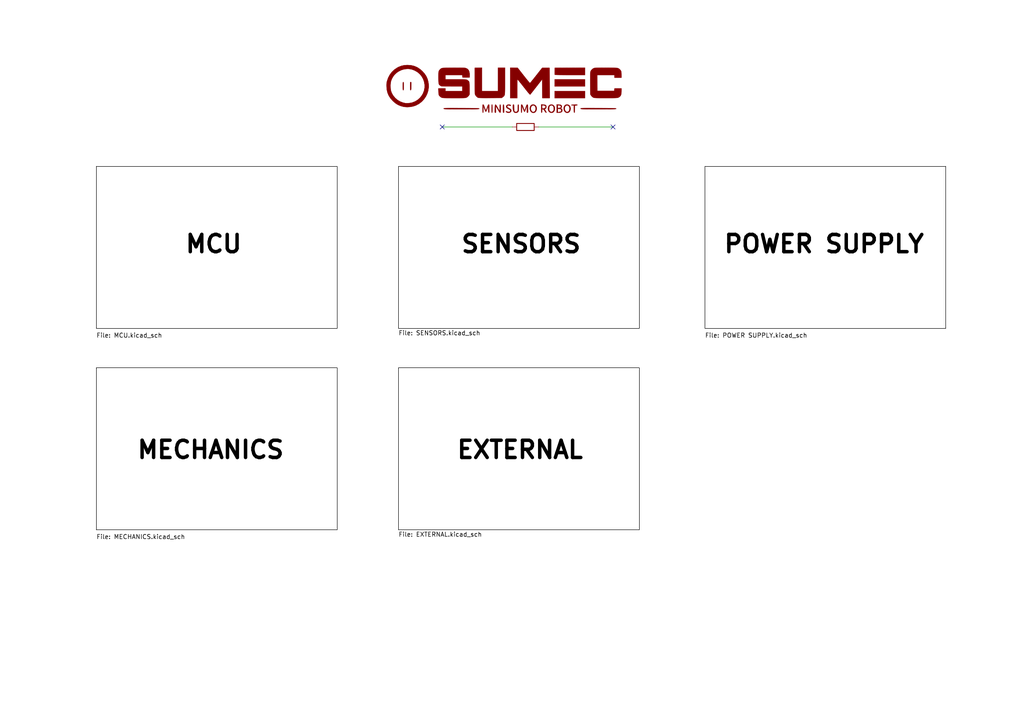
<source format=kicad_sch>
(kicad_sch (version 20230121) (generator eeschema)
  (paper "A4")
  (title_block (title "SUMEC SMD") (company "SPŠ NA PROSEKU"))
  (lib_symbols
    (symbol "Device:R" (pin_numbers hide) (pin_names (offset 0))
      (property "Reference" "R" (at 2.032 0 90))
      (property "Value" "R" (at 0 0 90))
      (symbol "R_0_1"
        (rectangle (start -1.016 -2.54) (end 1.016 2.54) (stroke (width 0.254)))
      )
      (symbol "R_1_1"
        (pin passive line (at 0 3.81 270) (length 1.27) (name "~") (number "1"))
        (pin passive line (at 0 -3.81 90) (length 1.27) (name "~") (number "2"))
      )
    )
    (symbol "some magic shit (logo):LOGO" (pin_names (offset 1.016))
      (symbol "LOGO_0_0"
        (polyline (pts (xy 24.892 -0.762) (xy 24.892 0.254) (xy 20.4893 0.254) (xy 16.0867 0.254) (xy 16.0867 -0.762) (xy 16.0867 -1.778) (xy 20.4893 -1.778) (xy 24.892 -1.778) (xy 24.892 -0.762)) (stroke (width 0.01)) (fill (type outline)))
        (polyline (pts (xy 24.892 2.6246) (xy 24.892 3.6406) (xy 20.4893 3.6406) (xy 16.0867 3.6406) (xy 16.0867 2.6246) (xy 16.0867 1.6086) (xy 20.4893 1.6086) (xy 24.892 1.6086) (xy 24.892 2.6246)) (stroke (width 0.01)) (fill (type outline)))
        (polyline (pts (xy 24.892 5.9697) (xy 24.892 7.0288) (xy 20.5105 7.0069) (xy 16.129 6.985) (xy 16.1048 6.0591) (xy 16.0992 5.7489) (xy 16.0997 5.4039) (xy 16.108 5.1483) (xy 16.1233 5.0219) (xy 16.1463 5.0024) (xy 16.2307 4.9799) (xy 16.3875 4.9612) (xy 16.6287 4.9459) (xy 16.9665 4.9339) (xy 17.4131 4.9247) (xy 17.9805 4.9181) (xy 18.6809 4.9138) (xy 19.5263 4.9114) (xy 20.529 4.9106) (xy 24.892 4.9106) (xy 24.892 5.9697)) (stroke (width 0.01)) (fill (type outline)))
        (polyline (pts (xy -27.7929 0.5106) (xy -27.7475 0.5542) (xy -27.7167 0.67) (xy -27.6979 0.8822) (xy -27.6886 1.2153) (xy -27.686 1.6933) (xy -27.6863 1.8811) (xy -27.691 2.3049) (xy -27.7034 2.5923) (xy -27.7261 2.7676) (xy -27.7618 2.8549) (xy -27.813 2.8786) (xy -27.8331 2.876) (xy -27.8785 2.8325) (xy -27.9093 2.7167) (xy -27.9281 2.5044) (xy -27.9375 2.1714) (xy -27.94 1.6933) (xy -27.9397 1.5055) (xy -27.9351 1.0817) (xy -27.9227 0.7943) (xy -27.8999 0.6191) (xy -27.8642 0.5317) (xy -27.813 0.508) (xy -27.7929 0.5106)) (stroke (width 0.01)) (fill (type outline)))
        (polyline (pts (xy -2.0542 -6.0087) (xy -2.0088 -5.9652) (xy -1.978 -5.8494) (xy -1.9593 -5.6371) (xy -1.9499 -5.3041) (xy -1.9473 -4.826) (xy -1.9476 -4.6382) (xy -1.9523 -4.2144) (xy -1.9647 -3.927) (xy -1.9874 -3.7518) (xy -2.0231 -3.6644) (xy -2.0743 -3.6407) (xy -2.0945 -3.6433) (xy -2.1399 -3.6869) (xy -2.1707 -3.8027) (xy -2.1894 -4.0149) (xy -2.1988 -4.348) (xy -2.2013 -4.826) (xy -2.2011 -5.0138) (xy -2.1964 -5.4376) (xy -2.184 -5.725) (xy -2.1613 -5.9003) (xy -2.1256 -5.9876) (xy -2.0743 -6.0114) (xy -2.0542 -6.0087)) (stroke (width 0.01)) (fill (type outline)))
        (polyline (pts (xy -25.6355 0.5376) (xy -25.5867 0.5925) (xy -25.553 0.7115) (xy -25.5303 0.9207) (xy -25.5151 1.2466) (xy -25.5035 1.7155) (xy -25.5016 1.8092) (xy -25.4945 2.2456) (xy -25.4958 2.5436) (xy -25.5088 2.7297) (xy -25.5368 2.83) (xy -25.5833 2.8709) (xy -25.6516 2.8786) (xy -25.6681 2.8784) (xy -25.7311 2.8651) (xy -25.7743 2.8123) (xy -25.8014 2.6941) (xy -25.8161 2.4844) (xy -25.8222 2.1575) (xy -25.8233 1.6871) (xy -25.822 1.2475) (xy -25.8156 0.9099) (xy -25.8009 0.6938) (xy -25.7747 0.574) (xy -25.7338 0.5258) (xy -25.6752 0.524) (xy -25.6355 0.5376)) (stroke (width 0.01)) (fill (type outline)))
        (polyline (pts (xy 1.2862 -6.0112) (xy 1.3504 -5.9995) (xy 1.3934 -5.95) (xy 1.4186 -5.8364) (xy 1.4292 -5.6325) (xy 1.4288 -5.3118) (xy 1.4205 -4.8482) (xy 1.4135 -4.5376) (xy 1.4001 -4.161) (xy 1.3807 -3.9109) (xy 1.3515 -3.7611) (xy 1.3088 -3.6851) (xy 1.2488 -3.6567) (xy 1.1941 -3.657) (xy 1.152 -3.7006) (xy 1.1248 -3.8138) (xy 1.1092 -4.0214) (xy 1.1023 -4.3484) (xy 1.1007 -4.8198) (xy 1.1007 -4.9338) (xy 1.1026 -5.3713) (xy 1.1102 -5.671) (xy 1.1273 -5.8588) (xy 1.1575 -5.9609) (xy 1.2046 -6.0031) (xy 1.2724 -6.0114) (xy 1.2862 -6.0112)) (stroke (width 0.01)) (fill (type outline)))
        (polyline (pts (xy 21.8443 -5.9928) (xy 21.8856 -5.9052) (xy 21.9141 -5.7228) (xy 21.9335 -5.4207) (xy 21.9472 -4.9742) (xy 21.971 -3.937) (xy 22.3308 -3.911) (xy 22.406 -3.9042) (xy 22.622 -3.8529) (xy 22.6907 -3.7599) (xy 22.6849 -3.7291) (xy 22.627 -3.6834) (xy 22.4837 -3.6587) (xy 22.2272 -3.6516) (xy 21.8297 -3.6589) (xy 21.6455 -3.6652) (xy 21.2574 -3.6915) (xy 21.0236 -3.7322) (xy 20.9336 -3.7889) (xy 20.9336 -3.8261) (xy 21.0346 -3.8783) (xy 21.2866 -3.8947) (xy 21.6747 -3.8947) (xy 21.6747 -4.953) (xy 21.6774 -5.3831) (xy 21.6883 -5.6956) (xy 21.7103 -5.8877) (xy 21.7462 -5.9846) (xy 21.799 -6.0114) (xy 21.8443 -5.9928)) (stroke (width 0.01)) (fill (type outline)))
        (polyline (pts (xy 19.8508 -6.0679) (xy 20.1137 -5.9722) (xy 20.3718 -5.7941) (xy 20.5837 -5.4864) (xy 20.7055 -5.1041) (xy 20.7242 -4.6901) (xy 20.6266 -4.2872) (xy 20.552 -4.139) (xy 20.3035 -3.853) (xy 19.9923 -3.6832) (xy 19.6539 -3.6311) (xy 19.3236 -3.6987) (xy 19.037 -3.8875) (xy 18.8294 -4.1994) (xy 18.7352 -4.5194) (xy 18.7256 -4.743) (xy 19.0121 -4.743) (xy 19.0863 -4.3678) (xy 19.2707 -4.054) (xy 19.3739 -3.9731) (xy 19.6333 -3.8992) (xy 19.9156 -3.929) (xy 20.1485 -4.0619) (xy 20.3091 -4.3084) (xy 20.3982 -4.6603) (xy 20.3942 -5.0389) (xy 20.2983 -5.3873) (xy 20.1119 -5.6487) (xy 19.8603 -5.8086) (xy 19.6216 -5.8165) (xy 19.3598 -5.6681) (xy 19.1823 -5.4671) (xy 19.045 -5.1269) (xy 19.0121 -4.743) (xy 18.7256 -4.743) (xy 18.7164 -4.9587) (xy 18.8121 -5.3699) (xy 19.0116 -5.7129) (xy 19.304 -5.9477) (xy 19.4409 -6.0133) (xy 19.6544 -6.0824) (xy 19.8508 -6.0679)) (stroke (width 0.01)) (fill (type outline)))
        (polyline (pts (xy 10.0236 -6.0697) (xy 10.2841 -5.9757) (xy 10.4231 -5.8989) (xy 10.6719 -5.6361) (xy 10.8344 -5.2757) (xy 10.8961 -4.8577) (xy 10.8426 -4.4223) (xy 10.7056 -4.1081) (xy 10.46 -3.8397) (xy 10.154 -3.6793) (xy 9.8217 -3.6309) (xy 9.4972 -3.6986) (xy 9.2146 -3.8868) (xy 9.008 -4.1994) (xy 8.9138 -4.5194) (xy 8.9048 -4.7307) (xy 9.1835 -4.7307) (xy 9.2399 -4.4159) (xy 9.3724 -4.149) (xy 9.5821 -3.9639) (xy 9.8698 -3.8947) (xy 9.9512 -3.8983) (xy 10.2539 -3.9997) (xy 10.4597 -4.2332) (xy 10.5635 -4.59) (xy 10.5598 -5.0611) (xy 10.5507 -5.1307) (xy 10.4634 -5.4329) (xy 10.2906 -5.6487) (xy 10.2744 -5.6623) (xy 10.0812 -5.7879) (xy 9.9224 -5.8363) (xy 9.7018 -5.7896) (xy 9.4625 -5.6229) (xy 9.2958 -5.3682) (xy 9.2025 -5.0595) (xy 9.1835 -4.7307) (xy 8.9048 -4.7307) (xy 8.895 -4.9587) (xy 8.9908 -5.3699) (xy 9.1903 -5.7129) (xy 9.4827 -5.9477) (xy 9.609 -6.0085) (xy 9.8269 -6.0816) (xy 10.0236 -6.0697)) (stroke (width 0.01)) (fill (type outline)))
        (polyline (pts (xy 15.3672 -6.0448) (xy 15.6848 -5.9029) (xy 15.9399 -5.6405) (xy 16.1097 -5.2753) (xy 16.1713 -4.8254) (xy 16.1649 -4.6815) (xy 16.0608 -4.2609) (xy 15.8446 -3.9318) (xy 15.5362 -3.7173) (xy 15.1553 -3.6407) (xy 14.8789 -3.6747) (xy 14.5453 -3.8468) (xy 14.3019 -4.162) (xy 14.1744 -4.5244) (xy 14.1534 -4.8439) (xy 14.478 -4.8439) (xy 14.5112 -4.4454) (xy 14.6306 -4.1334) (xy 14.8431 -3.9528) (xy 15.1553 -3.8947) (xy 15.4397 -3.9412) (xy 15.6623 -4.1085) (xy 15.7912 -4.4064) (xy 15.8327 -4.8439) (xy 15.83 -5.0254) (xy 15.8026 -5.2619) (xy 15.7282 -5.43) (xy 15.5852 -5.5945) (xy 15.5347 -5.6416) (xy 15.3294 -5.7845) (xy 15.1553 -5.842) (xy 15.1161 -5.8375) (xy 14.926 -5.7527) (xy 14.7255 -5.5945) (xy 14.6375 -5.5011) (xy 14.5346 -5.3427) (xy 14.4886 -5.1453) (xy 14.478 -4.8439) (xy 14.1534 -4.8439) (xy 14.146 -4.9567) (xy 14.2359 -5.3653) (xy 14.4344 -5.7101) (xy 14.732 -5.9512) (xy 15.0097 -6.0485) (xy 15.3672 -6.0448)) (stroke (width 0.01)) (fill (type outline)))
        (polyline (pts (xy -3.4592 -1.759) (xy -2.5757 -1.755) (xy 0.733 -1.7357) (xy 1.0511 -1.493) (xy 1.1577 -1.4127) (xy 1.2861 -1.3125) (xy 1.3922 -1.2129) (xy 1.4781 -1.0982) (xy 1.5458 -0.9532) (xy 1.5977 -0.7623) (xy 1.6357 -0.5102) (xy 1.662 -0.1814) (xy 1.6788 0.2396) (xy 1.6881 0.7682) (xy 1.6922 1.4198) (xy 1.6931 2.2099) (xy 1.693 3.1538) (xy 1.6933 7.0273) (xy 0.6773 7.0273) (xy -0.3387 7.0273) (xy -0.3387 3.6406) (xy -0.3387 0.254) (xy -2.667 0.254) (xy -4.9953 0.254) (xy -4.9953 3.6433) (xy -4.9953 7.0325) (xy -6.0325 7.0088) (xy -7.0697 6.985) (xy -7.0697 3.2596) (xy -7.0691 2.7413) (xy -7.0658 1.983) (xy -7.0601 1.2829) (xy -7.0522 0.6595) (xy -7.0425 0.1312) (xy -7.0311 -0.2833) (xy -7.0185 -0.5655) (xy -7.005 -0.697) (xy -6.892 -0.936) (xy -6.6718 -1.228) (xy -6.4035 -1.4895) (xy -6.1399 -1.6615) (xy -6.1326 -1.6646) (xy -6.0245 -1.6939) (xy -5.8495 -1.7173) (xy -5.5931 -1.7351) (xy -5.2404 -1.7478) (xy -4.777 -1.7558) (xy -4.1881 -1.7594) (xy -3.4592 -1.759)) (stroke (width 0.01)) (fill (type outline)))
        (polyline (pts (xy 3.0887 -5.9946) (xy 3.3655 -5.7978) (xy 3.4325 -5.7126) (xy 3.5456 -5.4386) (xy 3.4903 -5.1782) (xy 3.2666 -4.9311) (xy 2.8741 -4.6969) (xy 2.8571 -4.6887) (xy 2.5415 -4.5189) (xy 2.3689 -4.372) (xy 2.3207 -4.2237) (xy 2.3783 -4.0497) (xy 2.424 -3.981) (xy 2.5525 -3.9105) (xy 2.7802 -3.9151) (xy 2.8061 -3.9184) (xy 3.0552 -3.963) (xy 3.2385 -4.017) (xy 3.3439 -4.0391) (xy 3.3867 -3.9491) (xy 3.3625 -3.8549) (xy 3.2188 -3.727) (xy 2.9863 -3.655) (xy 2.7122 -3.6439) (xy 2.4437 -3.6988) (xy 2.2279 -3.8248) (xy 2.1552 -3.9022) (xy 2.0283 -4.1638) (xy 2.0577 -4.4278) (xy 2.2361 -4.6708) (xy 2.556 -4.8691) (xy 2.7211 -4.9443) (xy 3.0124 -5.1142) (xy 3.17 -5.2843) (xy 3.2173 -5.4762) (xy 3.1785 -5.6212) (xy 3.019 -5.7602) (xy 2.7771 -5.8118) (xy 2.4977 -5.7584) (xy 2.2242 -5.6553) (xy 2.0492 -5.6077) (xy 1.9675 -5.6225) (xy 1.9473 -5.6961) (xy 1.9548 -5.7269) (xy 2.065 -5.8455) (xy 2.2648 -5.9596) (xy 2.3458 -5.9912) (xy 2.7359 -6.0609) (xy 3.0887 -5.9946)) (stroke (width 0.01)) (fill (type outline)))
        (polyline (pts (xy -1.0433 -6.0094) (xy -0.9819 -5.9852) (xy -0.9461 -5.9091) (xy -0.931 -5.7518) (xy -0.9321 -5.4841) (xy -0.9446 -5.0765) (xy -0.9465 -5.0228) (xy -0.9584 -4.6495) (xy -0.9557 -4.4058) (xy -0.9269 -4.2943) (xy -0.86 -4.318) (xy -0.7433 -4.4796) (xy -0.5652 -4.7821) (xy -0.3137 -5.2282) (xy -0.2733 -5.2994) (xy -0.0315 -5.6947) (xy 0.1514 -5.9321) (xy 0.2752 -6.0113) (xy 0.3255 -6.002) (xy 0.3692 -5.9517) (xy 0.3977 -5.8346) (xy 0.4141 -5.625) (xy 0.4215 -5.2974) (xy 0.4233 -4.826) (xy 0.4231 -4.6774) (xy 0.4188 -4.2404) (xy 0.4067 -3.9422) (xy 0.3844 -3.7587) (xy 0.3494 -3.6662) (xy 0.2991 -3.6407) (xy 0.2672 -3.6485) (xy 0.2198 -3.7172) (xy 0.1874 -3.8781) (xy 0.1658 -4.157) (xy 0.1509 -4.5794) (xy 0.127 -5.5182) (xy -0.4107 -4.5748) (xy -0.5047 -4.411) (xy -0.7482 -4.0054) (xy -0.9305 -3.7508) (xy -1.0608 -3.6501) (xy -1.1487 -3.7065) (xy -1.2034 -3.9229) (xy -1.2345 -4.3025) (xy -1.2512 -4.8482) (xy -1.2542 -4.9974) (xy -1.2608 -5.417) (xy -1.2589 -5.7012) (xy -1.2447 -5.8764) (xy -1.2149 -5.969) (xy -1.1657 -6.0051) (xy -1.0937 -6.0114) (xy -1.0433 -6.0094)) (stroke (width 0.01)) (fill (type outline)))
        (polyline (pts (xy 5.2164 -5.9881) (xy 5.4822 -5.7978) (xy 5.5062 -5.7695) (xy 5.5816 -5.6591) (xy 5.6301 -5.5241) (xy 5.6576 -5.3283) (xy 5.6699 -5.0355) (xy 5.6727 -4.6096) (xy 5.6707 -4.2692) (xy 5.6606 -3.9546) (xy 5.6387 -3.7626) (xy 5.6015 -3.6668) (xy 5.5457 -3.6407) (xy 5.5116 -3.648) (xy 5.4651 -3.7111) (xy 5.4367 -3.8615) (xy 5.4225 -4.1266) (xy 5.4187 -4.5335) (xy 5.4185 -4.6573) (xy 5.4141 -5.0203) (xy 5.3977 -5.2623) (xy 5.3619 -5.4213) (xy 5.2994 -5.5353) (xy 5.2027 -5.6423) (xy 5.1425 -5.6994) (xy 4.9584 -5.8096) (xy 4.7582 -5.8032) (xy 4.6729 -5.7794) (xy 4.5183 -5.7017) (xy 4.4156 -5.5689) (xy 4.3547 -5.3527) (xy 4.3255 -5.0245) (xy 4.318 -4.5558) (xy 4.3178 -4.4046) (xy 4.3139 -4.0509) (xy 4.3004 -3.8271) (xy 4.2721 -3.7039) (xy 4.2233 -3.6516) (xy 4.1487 -3.6407) (xy 4.1463 -3.6407) (xy 4.0692 -3.6533) (xy 4.0203 -3.7111) (xy 3.9933 -3.8452) (xy 3.9818 -4.0866) (xy 3.9794 -4.4662) (xy 3.9817 -4.6601) (xy 4.0206 -5.1746) (xy 4.113 -5.5538) (xy 4.2663 -5.8191) (xy 4.4873 -5.9919) (xy 4.5581 -6.0232) (xy 4.8847 -6.0678) (xy 5.2164 -5.9881)) (stroke (width 0.01)) (fill (type outline)))
        (polyline (pts (xy 17.5898 -5.996) (xy 17.9282 -5.9259) (xy 18.1537 -5.7888) (xy 18.2941 -5.5732) (xy 18.3087 -5.5347) (xy 18.3372 -5.2476) (xy 18.238 -4.9988) (xy 18.0298 -4.841) (xy 17.855 -4.7764) (xy 18.0291 -4.6187) (xy 18.0573 -4.5911) (xy 18.184 -4.3494) (xy 18.1742 -4.0801) (xy 18.0278 -3.8467) (xy 17.9086 -3.7691) (xy 17.6536 -3.695) (xy 17.2658 -3.6547) (xy 16.6793 -3.6216) (xy 16.6793 -4.6567) (xy 17.018 -4.6567) (xy 17.018 -4.2757) (xy 17.018 -3.8947) (xy 17.3506 -3.8947) (xy 17.4797 -3.9023) (xy 17.7475 -3.9835) (xy 17.9061 -4.132) (xy 17.9356 -4.321) (xy 17.8163 -4.5236) (xy 17.8031 -4.5356) (xy 17.6126 -4.6223) (xy 17.3506 -4.6567) (xy 17.018 -4.6567) (xy 16.6793 -4.6567) (xy 16.6793 -4.8165) (xy 16.6793 -5.865) (xy 17.018 -5.865) (xy 17.018 -5.3879) (xy 17.018 -4.9107) (xy 17.3622 -4.9107) (xy 17.4727 -4.9132) (xy 17.7933 -4.9689) (xy 17.976 -5.104) (xy 18.034 -5.3266) (xy 18.0043 -5.5124) (xy 17.9196 -5.6622) (xy 17.8719 -5.6909) (xy 17.6729 -5.7591) (xy 17.4116 -5.8111) (xy 17.018 -5.865) (xy 16.6793 -5.865) (xy 16.6793 -6.0114) (xy 17.2257 -6.0114) (xy 17.5898 -5.996)) (stroke (width 0.01)) (fill (type outline)))
        (polyline (pts (xy -10.1002 -4.9952) (xy -9.154 -4.9946) (xy -8.3555 -4.9929) (xy -7.6924 -4.99) (xy -7.1521 -4.9855) (xy -6.7225 -4.979) (xy -6.3911 -4.97) (xy -6.1456 -4.9584) (xy -5.9736 -4.9437) (xy -5.8627 -4.9256) (xy -5.8007 -4.9037) (xy -5.775 -4.8777) (xy -5.7735 -4.8472) (xy -5.7801 -4.8276) (xy -5.8074 -4.7997) (xy -5.8662 -4.776) (xy -5.9691 -4.756) (xy -6.1286 -4.7394) (xy -6.3571 -4.7257) (xy -6.6673 -4.7145) (xy -7.0717 -4.7055) (xy -7.5827 -4.6981) (xy -8.213 -4.692) (xy -8.975 -4.6867) (xy -9.8813 -4.6819) (xy -10.9443 -4.6772) (xy -11.3733 -4.6754) (xy -12.3716 -4.6714) (xy -13.2179 -4.6686) (xy -13.9249 -4.6675) (xy -14.5049 -4.6684) (xy -14.9707 -4.6716) (xy -15.3347 -4.6775) (xy -15.6095 -4.6865) (xy -15.8075 -4.699) (xy -15.9415 -4.7152) (xy -16.0238 -4.7356) (xy -16.0671 -4.7605) (xy -16.0839 -4.7903) (xy -16.0867 -4.8254) (xy -16.0864 -4.8402) (xy -16.0793 -4.873) (xy -16.0529 -4.9008) (xy -15.9948 -4.9241) (xy -15.8924 -4.9432) (xy -15.7332 -4.9585) (xy -15.5048 -4.9705) (xy -15.1947 -4.9796) (xy -14.7902 -4.9861) (xy -14.2789 -4.9905) (xy -13.6484 -4.9933) (xy -12.886 -4.9947) (xy -11.9793 -4.9953) (xy -10.9158 -4.9954) (xy -10.1002 -4.9952)) (stroke (width 0.01)) (fill (type outline)))
        (polyline (pts (xy 29.6084 -4.9952) (xy 30.5546 -4.9946) (xy 31.3531 -4.9929) (xy 32.0163 -4.99) (xy 32.5565 -4.9855) (xy 32.9862 -4.979) (xy 33.3175 -4.97) (xy 33.5631 -4.9584) (xy 33.7351 -4.9437) (xy 33.8459 -4.9256) (xy 33.908 -4.9037) (xy 33.9336 -4.8777) (xy 33.9352 -4.8472) (xy 33.9286 -4.8276) (xy 33.9013 -4.7997) (xy 33.8424 -4.776) (xy 33.7395 -4.756) (xy 33.5801 -4.7394) (xy 33.3515 -4.7257) (xy 33.0413 -4.7145) (xy 32.637 -4.7055) (xy 32.1259 -4.6981) (xy 31.4957 -4.692) (xy 30.7337 -4.6867) (xy 29.8274 -4.6819) (xy 28.7643 -4.6772) (xy 28.3353 -4.6754) (xy 27.3371 -4.6714) (xy 26.4907 -4.6686) (xy 25.7838 -4.6675) (xy 25.2037 -4.6684) (xy 24.738 -4.6716) (xy 24.374 -4.6775) (xy 24.0992 -4.6865) (xy 23.9011 -4.699) (xy 23.7672 -4.7152) (xy 23.6848 -4.7356) (xy 23.6416 -4.7605) (xy 23.6248 -4.7903) (xy 23.622 -4.8254) (xy 23.6223 -4.8402) (xy 23.6294 -4.873) (xy 23.6558 -4.9008) (xy 23.7139 -4.9241) (xy 23.8163 -4.9432) (xy 23.9754 -4.9585) (xy 24.2038 -4.9705) (xy 24.514 -4.9796) (xy 24.9185 -4.9861) (xy 25.4297 -4.9905) (xy 26.0603 -4.9933) (xy 26.8227 -4.9947) (xy 27.7293 -4.9953) (xy 28.7929 -4.9954) (xy 29.6084 -4.9952)) (stroke (width 0.01)) (fill (type outline)))
        (polyline (pts (xy 13.637 -6.0113) (xy 13.713 -5.9958) (xy 13.7222 -5.9302) (xy 13.6565 -5.7834) (xy 13.508 -5.5245) (xy 13.2197 -5.0377) (xy 13.4678 -4.841) (xy 13.5417 -4.7783) (xy 13.6797 -4.5859) (xy 13.716 -4.325) (xy 13.7135 -4.2416) (xy 13.6511 -3.983) (xy 13.489 -3.8093) (xy 13.2053 -3.7051) (xy 12.7784 -3.6547) (xy 12.192 -3.6216) (xy 12.192 -3.8947) (xy 12.446 -3.8947) (xy 12.8209 -3.8947) (xy 13.0472 -3.9175) (xy 13.305 -4.0252) (xy 13.4491 -4.1928) (xy 13.469 -4.3883) (xy 13.3544 -4.5801) (xy 13.0949 -4.7361) (xy 12.924 -4.7904) (xy 12.6639 -4.8228) (xy 12.5024 -4.7696) (xy 12.4842 -4.7294) (xy 12.4568 -4.5547) (xy 12.446 -4.3039) (xy 12.446 -3.8947) (xy 12.192 -3.8947) (xy 12.192 -4.8165) (xy 12.1923 -5.0173) (xy 12.1971 -5.4396) (xy 12.2096 -5.726) (xy 12.2323 -5.9007) (xy 12.2679 -5.9877) (xy 12.319 -6.0114) (xy 12.3363 -6.0101) (xy 12.4025 -5.9547) (xy 12.4364 -5.7945) (xy 12.446 -5.4977) (xy 12.446 -5.4227) (xy 12.4519 -5.172) (xy 12.4802 -5.0449) (xy 12.5483 -5.0037) (xy 12.6739 -5.0109) (xy 12.6986 -5.0145) (xy 12.8507 -5.0798) (xy 13.0026 -5.2393) (xy 13.1857 -5.5245) (xy 13.2886 -5.6912) (xy 13.4805 -5.9317) (xy 13.6329 -6.0114) (xy 13.637 -6.0113)) (stroke (width 0.01)) (fill (type outline)))
        (polyline (pts (xy 5.2493 0.9313) (xy 5.25 1.3141) (xy 5.2545 1.9415) (xy 5.2627 2.4997) (xy 5.274 2.9688) (xy 5.2879 3.3287) (xy 5.3038 3.5593) (xy 5.3213 3.6407) (xy 5.3616 3.6053) (xy 5.4975 3.4522) (xy 5.7152 3.1921) (xy 6.0023 2.8404) (xy 6.3461 2.4127) (xy 6.7341 1.9244) (xy 7.1536 1.3908) (xy 7.5921 0.8322) (xy 8.0003 0.3181) (xy 8.3244 -0.0816) (xy 8.5739 -0.3779) (xy 8.7583 -0.5816) (xy 8.8872 -0.7037) (xy 8.9702 -0.7552) (xy 9.0167 -0.747) (xy 9.0475 -0.7103) (xy 9.1761 -0.5502) (xy 9.388 -0.2829) (xy 9.6701 0.0748) (xy 10.0089 0.506) (xy 10.3913 0.9939) (xy 10.8039 1.5216) (xy 12.4883 3.6783) (xy 12.5107 0.9501) (xy 12.533 -1.778) (xy 13.5909 -1.778) (xy 14.6488 -1.778) (xy 14.6269 2.6035) (xy 14.605 6.985) (xy 13.538 6.985) (xy 12.4709 6.985) (xy 10.744 4.7893) (xy 10.468 4.4395) (xy 10.07 3.9391) (xy 9.7116 3.4932) (xy 9.4058 3.1175) (xy 9.1653 2.828) (xy 9.0032 2.6404) (xy 8.9323 2.5706) (xy 8.8935 2.5981) (xy 8.7585 2.7409) (xy 8.5416 2.9916) (xy 8.2554 3.3348) (xy 7.9128 3.7552) (xy 7.5266 4.2375) (xy 7.1094 4.7662) (xy 5.3711 6.985) (xy 4.2942 7.0087) (xy 3.2173 7.0324) (xy 3.2173 2.6272) (xy 3.2173 -1.778) (xy 4.2333 -1.778) (xy 5.2493 -1.778) (xy 5.2493 0.9313)) (stroke (width 0.01)) (fill (type outline)))
        (polyline (pts (xy -2.9873 -6.0096) (xy -2.9415 -5.9679) (xy -2.9103 -5.8527) (xy -2.8911 -5.6399) (xy -2.8814 -5.3056) (xy -2.8787 -4.826) (xy -2.8787 -4.8031) (xy -2.8803 -4.3399) (xy -2.8873 -4.0191) (xy -2.9032 -3.8147) (xy -2.9315 -3.7007) (xy -2.9757 -3.6514) (xy -3.0394 -3.6407) (xy -3.0993 -3.6543) (xy -3.1959 -3.7481) (xy -3.3025 -3.9535) (xy -3.4351 -4.2969) (xy -3.4607 -4.3685) (xy -3.58 -4.7017) (xy -3.6816 -4.9854) (xy -3.7459 -5.1647) (xy -3.7883 -5.2642) (xy -3.8337 -5.2998) (xy -3.8903 -5.2463) (xy -3.9693 -5.0858) (xy -4.0815 -4.8008) (xy -4.2382 -4.3735) (xy -4.3634 -4.0445) (xy -4.4759 -3.8031) (xy -4.5714 -3.677) (xy -4.6647 -3.6407) (xy -4.6685 -3.6407) (xy -4.7313 -3.6526) (xy -4.7748 -3.7042) (xy -4.8025 -3.8214) (xy -4.8179 -4.0301) (xy -4.8246 -4.3564) (xy -4.826 -4.826) (xy -4.8257 -5.0138) (xy -4.8211 -5.4376) (xy -4.8087 -5.725) (xy -4.7859 -5.9003) (xy -4.7502 -5.9876) (xy -4.699 -6.0114) (xy -4.6572 -5.9988) (xy -4.6143 -5.9249) (xy -4.5874 -5.7613) (xy -4.5729 -5.4815) (xy -4.5672 -5.0589) (xy -4.5624 -4.1064) (xy -4.261 -4.9319) (xy -4.1633 -5.1861) (xy -4.0347 -5.4811) (xy -3.9278 -5.6827) (xy -3.8588 -5.7574) (xy -3.8148 -5.7191) (xy -3.7186 -5.5508) (xy -3.5971 -5.2793) (xy -3.4666 -4.9383) (xy -3.175 -4.1193) (xy -3.1511 -5.0653) (xy -3.1436 -5.315) (xy -3.1258 -5.6581) (xy -3.099 -5.8715) (xy -3.0594 -5.9806) (xy -3.0029 -6.0114) (xy -2.9873 -6.0096)) (stroke (width 0.01)) (fill (type outline)))
        (polyline (pts (xy 8.2291 -6.0111) (xy 8.2942 -5.9989) (xy 8.3374 -5.9491) (xy 8.3624 -5.8353) (xy 8.3726 -5.6313) (xy 8.3716 -5.3107) (xy 8.3632 -4.8472) (xy 8.3628 -4.8263) (xy 8.3519 -4.3673) (xy 8.3382 -4.0498) (xy 8.3174 -3.847) (xy 8.2849 -3.732) (xy 8.2363 -3.6781) (xy 8.1673 -3.6583) (xy 8.101 -3.6608) (xy 8.0229 -3.7158) (xy 7.9402 -3.8538) (xy 7.8381 -4.101) (xy 7.7017 -4.4838) (xy 7.604 -4.7598) (xy 7.4921 -5.0568) (xy 7.4073 -5.2592) (xy 7.3629 -5.334) (xy 7.334 -5.2931) (xy 7.256 -5.1226) (xy 7.1462 -4.8499) (xy 7.0183 -4.5085) (xy 6.9653 -4.364) (xy 6.8314 -4.0249) (xy 6.7253 -3.8119) (xy 6.6315 -3.698) (xy 6.5345 -3.656) (xy 6.5015 -3.6516) (xy 6.4384 -3.6564) (xy 6.3958 -3.7032) (xy 6.3697 -3.8175) (xy 6.3561 -4.0248) (xy 6.3508 -4.3505) (xy 6.35 -4.8201) (xy 6.3503 -5.016) (xy 6.355 -5.4389) (xy 6.3675 -5.7256) (xy 6.3902 -5.9005) (xy 6.4259 -5.9877) (xy 6.477 -6.0114) (xy 6.5241 -5.9941) (xy 6.5644 -5.9124) (xy 6.5896 -5.7396) (xy 6.6031 -5.4497) (xy 6.6084 -5.0165) (xy 6.6128 -4.0217) (xy 6.9084 -4.8255) (xy 6.9946 -5.0539) (xy 7.1214 -5.3693) (xy 7.2248 -5.6021) (xy 7.2885 -5.7138) (xy 7.3117 -5.7339) (xy 7.3718 -5.7458) (xy 7.4382 -5.68) (xy 7.5225 -5.5157) (xy 7.6363 -5.2321) (xy 7.791 -4.8084) (xy 7.8572 -4.6252) (xy 7.9642 -4.3368) (xy 8.0419 -4.138) (xy 8.0769 -4.064) (xy 8.0815 -4.1344) (xy 8.08 -4.3423) (xy 8.0724 -4.6545) (xy 8.0593 -5.0377) (xy 8.0474 -5.3627) (xy 8.0408 -5.6729) (xy 8.049 -5.8641) (xy 8.0761 -5.9651) (xy 8.1265 -6.0046) (xy 8.2044 -6.0114) (xy 8.2291 -6.0111)) (stroke (width 0.01)) (fill (type outline)))
        (polyline (pts (xy 31.6452 -1.774) (xy 32.3625 -1.7722) (xy 32.9419 -1.7683) (xy 33.4006 -1.7615) (xy 33.7559 -1.7511) (xy 34.025 -1.7363) (xy 34.2254 -1.7165) (xy 34.3742 -1.6907) (xy 34.4888 -1.6584) (xy 34.5863 -1.6188) (xy 34.9073 -1.4335) (xy 35.1734 -1.1658) (xy 35.349 -0.8122) (xy 35.4457 -0.3481) (xy 35.4753 0.2513) (xy 35.4753 1.016) (xy 34.4642 1.016) (xy 33.4531 1.016) (xy 33.427 0.6561) (xy 33.401 0.2963) (xy 30.9457 0.2963) (xy 28.4903 0.2963) (xy 28.4678 2.6035) (xy 28.4453 4.9107) (xy 30.9443 4.9106) (xy 33.4433 4.9106) (xy 33.4433 4.5296) (xy 33.4433 4.1486) (xy 34.4593 4.1486) (xy 35.4753 4.1486) (xy 35.4753 4.9557) (xy 35.4753 4.9792) (xy 35.4601 5.4299) (xy 35.4203 5.7969) (xy 35.3604 6.0378) (xy 35.3386 6.0862) (xy 35.1087 6.4228) (xy 34.787 6.7196) (xy 34.4384 6.9145) (xy 34.4079 6.9228) (xy 34.2025 6.9488) (xy 33.8583 6.9712) (xy 33.399 6.9898) (xy 32.8482 7.0046) (xy 32.2296 7.0156) (xy 31.5668 7.0226) (xy 30.8833 7.0257) (xy 30.2029 7.0248) (xy 29.5493 7.0197) (xy 28.9459 7.0106) (xy 28.4164 6.9972) (xy 27.9846 6.9796) (xy 27.6739 6.9577) (xy 27.5081 6.9314) (xy 27.2146 6.781) (xy 26.9028 6.5259) (xy 26.6447 6.2242) (xy 26.4932 5.9282) (xy 26.4875 5.9041) (xy 26.4646 5.6941) (xy 26.447 5.3258) (xy 26.4348 4.8082) (xy 26.4282 4.1502) (xy 26.4272 3.3608) (xy 26.4322 2.449) (xy 26.4583 -0.7323) (xy 26.6967 -1.0925) (xy 26.9337 -1.371) (xy 27.2894 -1.6135) (xy 27.385 -1.6528) (xy 27.4976 -1.6865) (xy 27.6403 -1.7133) (xy 27.8306 -1.7341) (xy 28.0859 -1.7496) (xy 28.4236 -1.7605) (xy 28.861 -1.7677) (xy 29.4155 -1.7719) (xy 30.1046 -1.7738) (xy 30.9457 -1.7743) (xy 31.6452 -1.774)) (stroke (width 0.01)) (fill (type outline)))
        (polyline (pts (xy -25.81 -4.3389) (xy -24.9594 -4.1801) (xy -24.1769 -3.9211) (xy -24.0688 -3.8743) (xy -23.2148 -3.4069) (xy -22.4547 -2.8149) (xy -21.7992 -2.1165) (xy -21.2591 -1.3299) (xy -20.8453 -0.4733) (xy -20.5684 0.4352) (xy -20.4392 1.3774) (xy -20.4686 2.335) (xy -20.5659 2.9603) (xy -20.7979 3.8081) (xy -21.1477 4.5769) (xy -21.632 5.3007) (xy -22.2673 6.0136) (xy -22.8916 6.5708) (xy -23.7102 7.1141) (xy -24.5872 7.4996) (xy -25.5293 7.73) (xy -26.543 7.8081) (xy -26.7382 7.8064) (xy -27.5889 7.7371) (xy -28.3734 7.5564) (xy -29.1524 7.2517) (xy -29.5748 7.0348) (xy -30.4048 6.4737) (xy -31.1243 5.7905) (xy -31.7236 4.9972) (xy -32.1933 4.1055) (xy -32.5235 3.1271) (xy -32.5617 2.9711) (xy -32.6303 2.6284) (xy -32.666 2.2998) (xy -32.6736 1.9244) (xy -32.6688 1.778) (xy -31.5314 1.778) (xy -31.5274 1.9993) (xy -31.475 2.6502) (xy -31.3493 3.2205) (xy -31.1328 3.7724) (xy -30.8083 4.3681) (xy -30.3792 4.9565) (xy -29.774 5.5386) (xy -29.0677 6.0177) (xy -28.2872 6.3787) (xy -27.4592 6.6069) (xy -26.6107 6.6874) (xy -26.1503 6.6728) (xy -25.5745 6.5927) (xy -25.0112 6.4286) (xy -24.3926 6.1645) (xy -24.3205 6.1293) (xy -23.5771 5.6697) (xy -22.9417 5.0964) (xy -22.4211 4.4292) (xy -22.0223 3.6879) (xy -21.7522 2.8924) (xy -21.6177 2.0626) (xy -21.6256 1.2184) (xy -21.783 0.3795) (xy -22.0967 -0.4341) (xy -22.3646 -0.9153) (xy -22.919 -1.6525) (xy -23.5826 -2.2612) (xy -24.3514 -2.7382) (xy -25.2216 -3.0799) (xy -25.5377 -3.1522) (xy -25.9787 -3.2163) (xy -26.4493 -3.2573) (xy -26.8848 -3.2697) (xy -27.2203 -3.2481) (xy -27.8483 -3.1125) (xy -28.702 -2.791) (xy -29.4801 -2.332) (xy -30.1619 -1.7483) (xy -30.7269 -1.0528) (xy -30.9205 -0.7477) (xy -31.2138 -0.1758) (xy -31.4037 0.4019) (xy -31.5048 1.0362) (xy -31.5314 1.778) (xy -32.6688 1.778) (xy -32.6578 1.4415) (xy -32.5776 0.6217) (xy -32.3707 -0.2585) (xy -32.031 -1.0617) (xy -31.5465 -1.8159) (xy -30.9049 -2.5485) (xy -30.7688 -2.6833) (xy -30.0989 -3.2625) (xy -29.4117 -3.7049) (xy -28.6642 -4.0346) (xy -27.813 -4.2757) (xy -27.4945 -4.3343) (xy -26.6734 -4.3921) (xy -25.81 -4.3389)) (stroke (width 0.01)) (fill (type outline)))
        (polyline (pts (xy -11.9423 -1.7761) (xy -11.3178 -1.7742) (xy -10.8202 -1.7698) (xy -10.432 -1.7621) (xy -10.1356 -1.7502) (xy -9.9136 -1.7333) (xy -9.7485 -1.7105) (xy -9.6227 -1.681) (xy -9.5187 -1.6439) (xy -9.4192 -1.5984) (xy -9.1053 -1.3892) (xy -8.8209 -1.0755) (xy -8.5937 -0.7323) (xy -8.5937 1.0245) (xy -8.5937 1.1807) (xy -8.5965 1.7788) (xy -8.6082 2.2378) (xy -8.6353 2.5823) (xy -8.6843 2.8369) (xy -8.7616 3.0264) (xy -8.8737 3.1753) (xy -9.0269 3.3083) (xy -9.2278 3.4501) (xy -9.2496 3.4649) (xy -9.3257 3.5121) (xy -9.4106 3.55) (xy -9.5219 3.5797) (xy -9.6776 3.602) (xy -9.8956 3.6181) (xy -10.1935 3.6289) (xy -10.5894 3.6356) (xy -11.1011 3.6391) (xy -11.7464 3.6404) (xy -12.5432 3.6406) (xy -15.5787 3.6406) (xy -15.5787 4.2756) (xy -15.5787 4.9106) (xy -13.1282 4.9106) (xy -10.6778 4.9106) (xy -10.6517 4.5508) (xy -10.6257 4.191) (xy -9.6097 4.191) (xy -8.5937 4.191) (xy -8.5688 4.9098) (xy -8.5821 5.422) (xy -8.6989 5.9854) (xy -8.9296 6.4253) (xy -9.2754 6.7437) (xy -9.7374 6.9428) (xy -9.9119 6.9683) (xy -10.2637 6.9899) (xy -10.7815 7.0049) (xy -11.4639 7.0132) (xy -12.3092 7.0149) (xy -13.3157 7.0099) (xy -13.8834 7.0055) (xy -14.6053 6.9992) (xy -15.1868 6.9923) (xy -15.6453 6.9839) (xy -15.9982 6.9726) (xy -16.2629 6.9576) (xy -16.4567 6.9377) (xy -16.5969 6.9118) (xy -16.7011 6.8787) (xy -16.7865 6.8376) (xy -16.8706 6.7871) (xy -16.9519 6.7301) (xy -17.1994 6.4961) (xy -17.3998 6.2293) (xy -17.4393 6.1609) (xy -17.5013 6.0382) (xy -17.5462 5.9069) (xy -17.5768 5.7402) (xy -17.5957 5.5113) (xy -17.6058 5.1934) (xy -17.6097 4.7598) (xy -17.6104 4.1835) (xy -17.6085 3.6711) (xy -17.5975 3.1396) (xy -17.5712 2.7349) (xy -17.5236 2.4332) (xy -17.4485 2.2106) (xy -17.3399 2.043) (xy -17.1916 1.9066) (xy -16.9976 1.7775) (xy -16.9351 1.742) (xy -16.8468 1.7045) (xy -16.7322 1.6747) (xy -16.5737 1.6519) (xy -16.3531 1.635) (xy -16.0528 1.6233) (xy -15.6547 1.6157) (xy -15.1409 1.6114) (xy -14.4936 1.6095) (xy -13.6948 1.609) (xy -10.668 1.6086) (xy -10.668 0.9313) (xy -10.668 0.254) (xy -13.1233 0.254) (xy -15.5787 0.254) (xy -15.5787 0.635) (xy -15.5787 1.016) (xy -16.6022 1.016) (xy -17.6257 1.016) (xy -17.597 0.0989) (xy -17.5931 -0.0223) (xy -17.5763 -0.3974) (xy -17.5502 -0.6552) (xy -17.5055 -0.837) (xy -17.4332 -0.9842) (xy -17.3242 -1.138) (xy -17.2666 -1.2071) (xy -17.0078 -1.443) (xy -16.7315 -1.616) (xy -16.6456 -1.6515) (xy -16.5338 -1.6854) (xy -16.3916 -1.7124) (xy -16.2017 -1.7335) (xy -15.9467 -1.7493) (xy -15.6091 -1.7606) (xy -15.1717 -1.7681) (xy -14.617 -1.7728) (xy -13.9278 -1.7752) (xy -13.0866 -1.7762) (xy -12.7111 -1.7763) (xy -11.9423 -1.7761)) (stroke (width 0.01)) (fill (type outline)))
      )
    )
  )
  (no_connect (at 128.27 36.83))
  (no_connect (at 177.8 36.83))
  (wire (pts (xy 128.27 36.83) (xy 148.59 36.83)))
  (wire (pts (xy 177.8 36.83) (xy 156.21 36.83)))
  (symbol (lib_id "some magic shit (logo):LOGO") (at 144.78 26.67 0) (unit 1)
    (property "Reference" "#G1" (effects hide))
    (property "Value" "LOGO" (effects hide))
  )
  (symbol (lib_id "Device:R") (at 152.4 36.83 90) (unit 1)
    (property "Reference" "R1" (effects hide))
    (property "Value" "R" (effects hide))
    (property "Footprint" "sumec-smd_library:logo small" (effects hide))
  )
  (sheet (at 27.94 106.68) (size 69.85 46.99) (stroke (width 0.1524) (color 0 0 0 1)) (fill (color 255 255 255 1.0000))
    (property "Sheetname" "MECHANICS" (at 39.37 133.35 0) (effects (font (size 5 5) bold) (justify left bottom)))
    (property "Sheetfile" "MECHANICS.kicad_sch" (at 27.94 154.94 0) (effects (justify left top)))
  )
  (sheet (at 27.94 48.26) (size 69.85 46.99) (stroke (width 0.1524) (color 0 0 0 1)) (fill (color 255 255 255 1.0000))
    (property "Sheetname" "MCU" (at 53.34 73.66 0) (effects (font (size 5 5) bold) (justify left bottom)))
    (property "Sheetfile" "MCU.kicad_sch" (at 27.94 96.52 0) (effects (justify left top)))
  )
  (sheet (at 204.47 48.26) (size 69.85 46.99) (stroke (width 0.1524) (color 0 0 0 1)) (fill (color 255 255 255 1.0000))
    (property "Sheetname" "POWER SUPPLY" (at 209.55 73.66 0) (effects (font (size 5 5) bold) (justify left bottom)))
    (property "Sheetfile" "POWER SUPPLY.kicad_sch" (at 204.47 96.52 0) (effects (justify left top)))
  )
  (sheet (at 115.57 48.26) (size 69.85 46.99) (stroke (width 0.1524) (color 0 0 0 1)) (fill (color 255 255 255 1.0000))
    (property "Sheetname" "SENSORS" (at 133.35 73.66 0) (effects (font (size 5 5) bold) (justify left bottom)))
    (property "Sheetfile" "SENSORS.kicad_sch" (at 115.57 95.8346 0) (effects (justify left top)))
  )
  (sheet (at 115.57 106.68) (size 69.85 46.99) (stroke (width 0.1524) (color 0 0 0 1)) (fill (color 255 255 255 1.0000))
    (property "Sheetname" "EXTERNAL" (at 132.08 133.35 0) (effects (font (size 5 5) bold) (justify left bottom)))
    (property "Sheetfile" "EXTERNAL.kicad_sch" (at 115.57 154.2546 0) (effects (justify left top)))
  )
)
</source>
